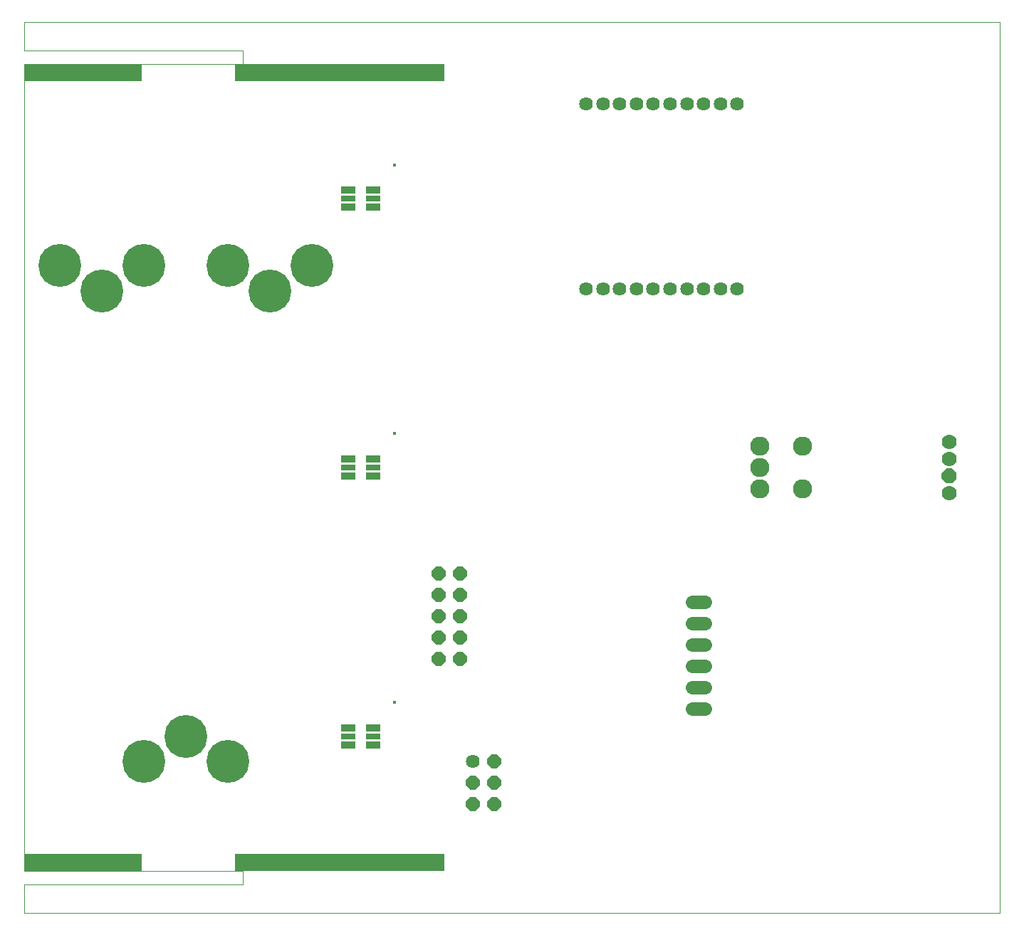
<source format=gbs>
G75*
G70*
%OFA0B0*%
%FSLAX24Y24*%
%IPPOS*%
%LPD*%
%AMOC8*
5,1,8,0,0,1.08239X$1,22.5*
%
%ADD10C,0.0000*%
%ADD11R,0.9843X0.0787*%
%ADD12R,0.5512X0.0787*%
%ADD13C,0.0640*%
%ADD14OC8,0.0640*%
%ADD15C,0.0640*%
%ADD16C,0.2009*%
%ADD17C,0.0900*%
%ADD18C,0.0159*%
%ADD19R,0.0669X0.0335*%
%ADD20R,0.0669X0.0276*%
%ADD21C,0.0700*%
%ADD22OC8,0.0700*%
D10*
X000180Y000100D02*
X000180Y001439D01*
X010416Y001439D01*
X010416Y002069D01*
X000180Y002069D01*
X000180Y039864D01*
X010416Y039864D01*
X010416Y040494D01*
X000180Y040494D01*
X000180Y041832D01*
X045849Y041832D01*
X045849Y000100D01*
X000180Y000100D01*
D11*
X014944Y002462D03*
X014944Y039470D03*
D12*
X002936Y039470D03*
X002936Y002462D03*
D13*
X021180Y007200D03*
X026467Y029319D03*
X027255Y029319D03*
X028042Y029319D03*
X028830Y029319D03*
X029617Y029319D03*
X030404Y029319D03*
X031192Y029319D03*
X031979Y029319D03*
X032767Y029319D03*
X033554Y029319D03*
X033554Y037981D03*
X032767Y037981D03*
X031979Y037981D03*
X031192Y037981D03*
X030404Y037981D03*
X029617Y037981D03*
X028830Y037981D03*
X028042Y037981D03*
X027255Y037981D03*
X026467Y037981D03*
D14*
X020580Y016000D03*
X019580Y016000D03*
X019580Y015000D03*
X019580Y014000D03*
X019580Y013000D03*
X020580Y013000D03*
X020580Y014000D03*
X020580Y015000D03*
X020580Y012000D03*
X019580Y012000D03*
X022180Y007200D03*
X022180Y006200D03*
X022180Y005200D03*
X021180Y005200D03*
X021180Y006200D03*
D15*
X031430Y009650D02*
X032030Y009650D01*
X032030Y010650D02*
X031430Y010650D01*
X031430Y011650D02*
X032030Y011650D01*
X032030Y012650D02*
X031430Y012650D01*
X031430Y013650D02*
X032030Y013650D01*
X032030Y014650D02*
X031430Y014650D01*
D16*
X013645Y030415D03*
X011676Y029234D03*
X009708Y030415D03*
X005771Y030415D03*
X003802Y029234D03*
X001834Y030415D03*
X007739Y008368D03*
X005771Y007187D03*
X009708Y007187D03*
D17*
X034613Y019966D03*
X034613Y020966D03*
X034613Y021966D03*
X036613Y021966D03*
X036613Y019966D03*
D18*
X017503Y022541D03*
X017503Y035139D03*
X017503Y009943D03*
D19*
X016519Y008771D03*
X016519Y007964D03*
X015337Y007964D03*
X015328Y008771D03*
X015337Y020563D03*
X015328Y021370D03*
X016519Y021370D03*
X016519Y020563D03*
X016519Y033161D03*
X016519Y033968D03*
X015328Y033968D03*
X015337Y033161D03*
D20*
X015337Y033565D03*
X016519Y033565D03*
X016519Y020966D03*
X015337Y020966D03*
X015337Y008368D03*
X016519Y008368D03*
D21*
X043487Y019766D03*
X043487Y021366D03*
X043487Y022166D03*
D22*
X043487Y020566D03*
M02*

</source>
